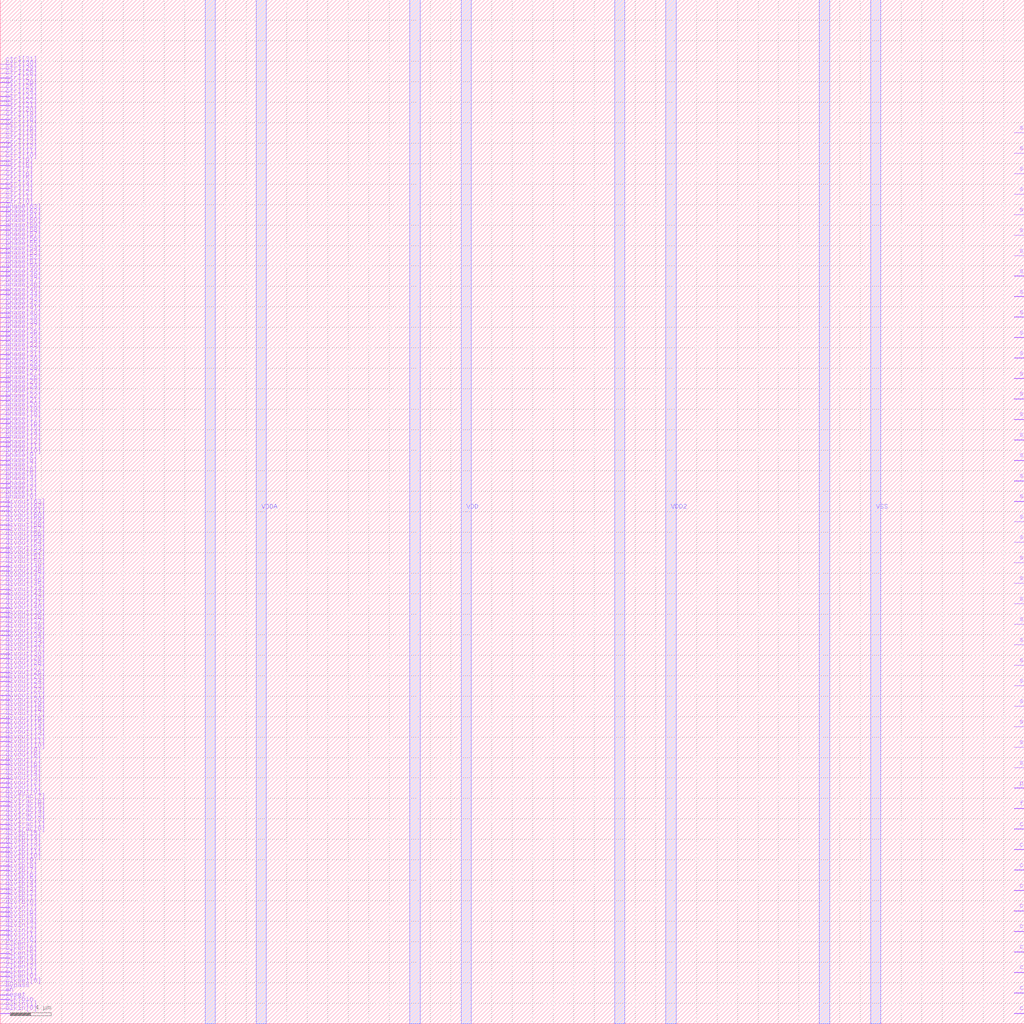
<source format=lef>
VERSION 5.8 ;
BUSBITCHARS "[]" ;
DIVIDERCHAR "/" ;

MACRO fakepll7
  CLASS BLOCK ;
  ORIGIN 0 0 ;
  SIZE 100 BY 100 ;
  SYMMETRY X Y ;

  #-----------------------------------------------------------------------------
  # Power Pins (Layer M5) - Vertical Stripes
  # Spanning y=0 to y=100
  #-----------------------------------------------------------------------------
  PIN VDDA
    DIRECTION INOUT ;
    USE POWER ;
    PORT
      LAYER M5 ;
      RECT 20.000 0.000 21.000 100.000 ; 
      RECT 25.000 0.000 26.000 100.000 ; 
    END
  END VDDA

  PIN VDD
    DIRECTION INOUT ;
    USE POWER ;
    PORT
      LAYER M5 ;
      RECT 40.000 0.000 41.000 100.000 ;
      RECT 45.000 0.000 46.000 100.000 ;
    END
  END VDD

  PIN VDD2
    DIRECTION INOUT ;
    USE POWER ;
    PORT
      LAYER M5 ;
      RECT 60.000 0.000 61.000 100.000 ;
      RECT 65.000 0.000 66.000 100.000 ;
    END
  END VDD2

  PIN VSS
    DIRECTION INOUT ;
    USE GROUND ;
    PORT
      LAYER M5 ;
      RECT 80.000 0.000 81.000 100.000 ;
      RECT 85.000 0.000 86.000 100.000 ;
    END
  END VSS

  #-----------------------------------------------------------------------------
  # INPUT PINS (Left Side) - Layer M4
  # x coordinates: 0.000 to 1.000
  #-----------------------------------------------------------------------------

  # --- Reference Clocks ---
  PIN clkin[0]
    DIRECTION INPUT ; USE SIGNAL ; PORT LAYER M4 ; RECT 0.000 1.000 1.000 1.024 ; END
  END clkin[0]
  PIN clkin[1]
    DIRECTION INPUT ; USE SIGNAL ; PORT LAYER M4 ; RECT 0.000 1.450 1.000 1.474 ; END
  END clkin[1]

  # --- Feedback Input ---
  PIN clkfbin
    DIRECTION INPUT ; USE SIGNAL ; PORT LAYER M4 ; RECT 0.000 1.900 1.000 1.924 ; END
  END clkfbin

  # --- Standard Controls ---
  PIN reset
    DIRECTION INPUT ; USE SIGNAL ; PORT LAYER M4 ; RECT 0.000 2.350 1.000 2.374 ; END
  END reset
  PIN en
    DIRECTION INPUT ; USE SIGNAL ; PORT LAYER M4 ; RECT 0.000 2.800 1.000 2.824 ; END
  END en
  PIN bypass
    DIRECTION INPUT ; USE SIGNAL ; PORT LAYER M4 ; RECT 0.000 3.250 1.000 3.274 ; END
  END bypass
  PIN clksel[0]
    DIRECTION INPUT ; USE SIGNAL ; PORT LAYER M4 ; RECT 0.000 3.700 1.000 3.724 ; END
  END clksel[0]

  # --- Clock Enables (8 bits) ---
  PIN clken[0]
    DIRECTION INPUT ; USE SIGNAL ; PORT LAYER M4 ; RECT 0.000 4.150 1.000 4.174 ; END
  END clken[0]
  PIN clken[1]
    DIRECTION INPUT ; USE SIGNAL ; PORT LAYER M4 ; RECT 0.000 4.600 1.000 4.624 ; END
  END clken[1]
  PIN clken[2]
    DIRECTION INPUT ; USE SIGNAL ; PORT LAYER M4 ; RECT 0.000 5.050 1.000 5.074 ; END
  END clken[2]
  PIN clken[3]
    DIRECTION INPUT ; USE SIGNAL ; PORT LAYER M4 ; RECT 0.000 5.500 1.000 5.524 ; END
  END clken[3]
  PIN clken[4]
    DIRECTION INPUT ; USE SIGNAL ; PORT LAYER M4 ; RECT 0.000 5.950 1.000 5.974 ; END
  END clken[4]
  PIN clken[5]
    DIRECTION INPUT ; USE SIGNAL ; PORT LAYER M4 ; RECT 0.000 6.400 1.000 6.424 ; END
  END clken[5]
  PIN clken[6]
    DIRECTION INPUT ; USE SIGNAL ; PORT LAYER M4 ; RECT 0.000 6.850 1.000 6.874 ; END
  END clken[6]
  PIN clken[7]
    DIRECTION INPUT ; USE SIGNAL ; PORT LAYER M4 ; RECT 0.000 7.300 1.000 7.324 ; END
  END clken[7]

  # --- Input Divider (8 bits) ---
  PIN divin[0]
    DIRECTION INPUT ; USE SIGNAL ; PORT LAYER M4 ; RECT 0.000 7.750 1.000 7.774 ; END
  END divin[0]
  PIN divin[1]
    DIRECTION INPUT ; USE SIGNAL ; PORT LAYER M4 ; RECT 0.000 8.200 1.000 8.224 ; END
  END divin[1]
  PIN divin[2]
    DIRECTION INPUT ; USE SIGNAL ; PORT LAYER M4 ; RECT 0.000 8.650 1.000 8.674 ; END
  END divin[2]
  PIN divin[3]
    DIRECTION INPUT ; USE SIGNAL ; PORT LAYER M4 ; RECT 0.000 9.100 1.000 9.124 ; END
  END divin[3]
  PIN divin[4]
    DIRECTION INPUT ; USE SIGNAL ; PORT LAYER M4 ; RECT 0.000 9.550 1.000 9.574 ; END
  END divin[4]
  PIN divin[5]
    DIRECTION INPUT ; USE SIGNAL ; PORT LAYER M4 ; RECT 0.000 10.000 1.000 10.024 ; END
  END divin[5]
  PIN divin[6]
    DIRECTION INPUT ; USE SIGNAL ; PORT LAYER M4 ; RECT 0.000 10.450 1.000 10.474 ; END
  END divin[6]
  PIN divin[7]
    DIRECTION INPUT ; USE SIGNAL ; PORT LAYER M4 ; RECT 0.000 10.900 1.000 10.924 ; END
  END divin[7]

  # --- Feedback Divider (16 bits) ---
  PIN divfb[0]
    DIRECTION INPUT ; USE SIGNAL ; PORT LAYER M4 ; RECT 0.000 11.350 1.000 11.374 ; END
  END divfb[0]
  PIN divfb[1]
    DIRECTION INPUT ; USE SIGNAL ; PORT LAYER M4 ; RECT 0.000 11.800 1.000 11.824 ; END
  END divfb[1]
  PIN divfb[2]
    DIRECTION INPUT ; USE SIGNAL ; PORT LAYER M4 ; RECT 0.000 12.250 1.000 12.274 ; END
  END divfb[2]
  PIN divfb[3]
    DIRECTION INPUT ; USE SIGNAL ; PORT LAYER M4 ; RECT 0.000 12.700 1.000 12.724 ; END
  END divfb[3]
  PIN divfb[4]
    DIRECTION INPUT ; USE SIGNAL ; PORT LAYER M4 ; RECT 0.000 13.150 1.000 13.174 ; END
  END divfb[4]
  PIN divfb[5]
    DIRECTION INPUT ; USE SIGNAL ; PORT LAYER M4 ; RECT 0.000 13.600 1.000 13.624 ; END
  END divfb[5]
  PIN divfb[6]
    DIRECTION INPUT ; USE SIGNAL ; PORT LAYER M4 ; RECT 0.000 14.050 1.000 14.074 ; END
  END divfb[6]
  PIN divfb[7]
    DIRECTION INPUT ; USE SIGNAL ; PORT LAYER M4 ; RECT 0.000 14.500 1.000 14.524 ; END
  END divfb[7]
  PIN divfb[8]
    DIRECTION INPUT ; USE SIGNAL ; PORT LAYER M4 ; RECT 0.000 14.950 1.000 14.974 ; END
  END divfb[8]
  PIN divfb[9]
    DIRECTION INPUT ; USE SIGNAL ; PORT LAYER M4 ; RECT 0.000 15.400 1.000 15.424 ; END
  END divfb[9]
  PIN divfb[10]
    DIRECTION INPUT ; USE SIGNAL ; PORT LAYER M4 ; RECT 0.000 15.850 1.000 15.874 ; END
  END divfb[10]
  PIN divfb[11]
    DIRECTION INPUT ; USE SIGNAL ; PORT LAYER M4 ; RECT 0.000 16.300 1.000 16.324 ; END
  END divfb[11]
  PIN divfb[12]
    DIRECTION INPUT ; USE SIGNAL ; PORT LAYER M4 ; RECT 0.000 16.750 1.000 16.774 ; END
  END divfb[12]
  PIN divfb[13]
    DIRECTION INPUT ; USE SIGNAL ; PORT LAYER M4 ; RECT 0.000 17.200 1.000 17.224 ; END
  END divfb[13]
  PIN divfb[14]
    DIRECTION INPUT ; USE SIGNAL ; PORT LAYER M4 ; RECT 0.000 17.650 1.000 17.674 ; END
  END divfb[14]
  PIN divfb[15]
    DIRECTION INPUT ; USE SIGNAL ; PORT LAYER M4 ; RECT 0.000 18.100 1.000 18.124 ; END
  END divfb[15]

  # --- Fractional Divider (8 bits) ---
  PIN divfrac[0]
    DIRECTION INPUT ; USE SIGNAL ; PORT LAYER M4 ; RECT 0.000 18.550 1.000 18.574 ; END
  END divfrac[0]
  PIN divfrac[1]
    DIRECTION INPUT ; USE SIGNAL ; PORT LAYER M4 ; RECT 0.000 19.000 1.000 19.024 ; END
  END divfrac[1]
  PIN divfrac[2]
    DIRECTION INPUT ; USE SIGNAL ; PORT LAYER M4 ; RECT 0.000 19.450 1.000 19.474 ; END
  END divfrac[2]
  PIN divfrac[3]
    DIRECTION INPUT ; USE SIGNAL ; PORT LAYER M4 ; RECT 0.000 19.900 1.000 19.924 ; END
  END divfrac[3]
  PIN divfrac[4]
    DIRECTION INPUT ; USE SIGNAL ; PORT LAYER M4 ; RECT 0.000 20.350 1.000 20.374 ; END
  END divfrac[4]
  PIN divfrac[5]
    DIRECTION INPUT ; USE SIGNAL ; PORT LAYER M4 ; RECT 0.000 20.800 1.000 20.824 ; END
  END divfrac[5]
  PIN divfrac[6]
    DIRECTION INPUT ; USE SIGNAL ; PORT LAYER M4 ; RECT 0.000 21.250 1.000 21.274 ; END
  END divfrac[6]
  PIN divfrac[7]
    DIRECTION INPUT ; USE SIGNAL ; PORT LAYER M4 ; RECT 0.000 21.700 1.000 21.724 ; END
  END divfrac[7]

  # --- Output Dividers (64 bits) ---
  PIN divout[0]
    DIRECTION INPUT ; USE SIGNAL ; PORT LAYER M4 ; RECT 0.000 22.150 1.000 22.174 ; END
  END divout[0]
  PIN divout[1]
    DIRECTION INPUT ; USE SIGNAL ; PORT LAYER M4 ; RECT 0.000 22.600 1.000 22.624 ; END
  END divout[1]
  PIN divout[2]
    DIRECTION INPUT ; USE SIGNAL ; PORT LAYER M4 ; RECT 0.000 23.050 1.000 23.074 ; END
  END divout[2]
  PIN divout[3]
    DIRECTION INPUT ; USE SIGNAL ; PORT LAYER M4 ; RECT 0.000 23.500 1.000 23.524 ; END
  END divout[3]
  PIN divout[4]
    DIRECTION INPUT ; USE SIGNAL ; PORT LAYER M4 ; RECT 0.000 23.950 1.000 23.974 ; END
  END divout[4]
  PIN divout[5]
    DIRECTION INPUT ; USE SIGNAL ; PORT LAYER M4 ; RECT 0.000 24.400 1.000 24.424 ; END
  END divout[5]
  PIN divout[6]
    DIRECTION INPUT ; USE SIGNAL ; PORT LAYER M4 ; RECT 0.000 24.850 1.000 24.874 ; END
  END divout[6]
  PIN divout[7]
    DIRECTION INPUT ; USE SIGNAL ; PORT LAYER M4 ; RECT 0.000 25.300 1.000 25.324 ; END
  END divout[7]
  PIN divout[8]
    DIRECTION INPUT ; USE SIGNAL ; PORT LAYER M4 ; RECT 0.000 25.750 1.000 25.774 ; END
  END divout[8]
  PIN divout[9]
    DIRECTION INPUT ; USE SIGNAL ; PORT LAYER M4 ; RECT 0.000 26.200 1.000 26.224 ; END
  END divout[9]
  PIN divout[10]
    DIRECTION INPUT ; USE SIGNAL ; PORT LAYER M4 ; RECT 0.000 26.650 1.000 26.674 ; END
  END divout[10]
  PIN divout[11]
    DIRECTION INPUT ; USE SIGNAL ; PORT LAYER M4 ; RECT 0.000 27.100 1.000 27.124 ; END
  END divout[11]
  PIN divout[12]
    DIRECTION INPUT ; USE SIGNAL ; PORT LAYER M4 ; RECT 0.000 27.550 1.000 27.574 ; END
  END divout[12]
  PIN divout[13]
    DIRECTION INPUT ; USE SIGNAL ; PORT LAYER M4 ; RECT 0.000 28.000 1.000 28.024 ; END
  END divout[13]
  PIN divout[14]
    DIRECTION INPUT ; USE SIGNAL ; PORT LAYER M4 ; RECT 0.000 28.450 1.000 28.474 ; END
  END divout[14]
  PIN divout[15]
    DIRECTION INPUT ; USE SIGNAL ; PORT LAYER M4 ; RECT 0.000 28.900 1.000 28.924 ; END
  END divout[15]
  PIN divout[16]
    DIRECTION INPUT ; USE SIGNAL ; PORT LAYER M4 ; RECT 0.000 29.350 1.000 29.374 ; END
  END divout[16]
  PIN divout[17]
    DIRECTION INPUT ; USE SIGNAL ; PORT LAYER M4 ; RECT 0.000 29.800 1.000 29.824 ; END
  END divout[17]
  PIN divout[18]
    DIRECTION INPUT ; USE SIGNAL ; PORT LAYER M4 ; RECT 0.000 30.250 1.000 30.274 ; END
  END divout[18]
  PIN divout[19]
    DIRECTION INPUT ; USE SIGNAL ; PORT LAYER M4 ; RECT 0.000 30.700 1.000 30.724 ; END
  END divout[19]
  PIN divout[20]
    DIRECTION INPUT ; USE SIGNAL ; PORT LAYER M4 ; RECT 0.000 31.150 1.000 31.174 ; END
  END divout[20]
  PIN divout[21]
    DIRECTION INPUT ; USE SIGNAL ; PORT LAYER M4 ; RECT 0.000 31.600 1.000 31.624 ; END
  END divout[21]
  PIN divout[22]
    DIRECTION INPUT ; USE SIGNAL ; PORT LAYER M4 ; RECT 0.000 32.050 1.000 32.074 ; END
  END divout[22]
  PIN divout[23]
    DIRECTION INPUT ; USE SIGNAL ; PORT LAYER M4 ; RECT 0.000 32.500 1.000 32.524 ; END
  END divout[23]
  PIN divout[24]
    DIRECTION INPUT ; USE SIGNAL ; PORT LAYER M4 ; RECT 0.000 32.950 1.000 32.974 ; END
  END divout[24]
  PIN divout[25]
    DIRECTION INPUT ; USE SIGNAL ; PORT LAYER M4 ; RECT 0.000 33.400 1.000 33.424 ; END
  END divout[25]
  PIN divout[26]
    DIRECTION INPUT ; USE SIGNAL ; PORT LAYER M4 ; RECT 0.000 33.850 1.000 33.874 ; END
  END divout[26]
  PIN divout[27]
    DIRECTION INPUT ; USE SIGNAL ; PORT LAYER M4 ; RECT 0.000 34.300 1.000 34.324 ; END
  END divout[27]
  PIN divout[28]
    DIRECTION INPUT ; USE SIGNAL ; PORT LAYER M4 ; RECT 0.000 34.750 1.000 34.774 ; END
  END divout[28]
  PIN divout[29]
    DIRECTION INPUT ; USE SIGNAL ; PORT LAYER M4 ; RECT 0.000 35.200 1.000 35.224 ; END
  END divout[29]
  PIN divout[30]
    DIRECTION INPUT ; USE SIGNAL ; PORT LAYER M4 ; RECT 0.000 35.650 1.000 35.674 ; END
  END divout[30]
  PIN divout[31]
    DIRECTION INPUT ; USE SIGNAL ; PORT LAYER M4 ; RECT 0.000 36.100 1.000 36.124 ; END
  END divout[31]
  PIN divout[32]
    DIRECTION INPUT ; USE SIGNAL ; PORT LAYER M4 ; RECT 0.000 36.550 1.000 36.574 ; END
  END divout[32]
  PIN divout[33]
    DIRECTION INPUT ; USE SIGNAL ; PORT LAYER M4 ; RECT 0.000 37.000 1.000 37.024 ; END
  END divout[33]
  PIN divout[34]
    DIRECTION INPUT ; USE SIGNAL ; PORT LAYER M4 ; RECT 0.000 37.450 1.000 37.474 ; END
  END divout[34]
  PIN divout[35]
    DIRECTION INPUT ; USE SIGNAL ; PORT LAYER M4 ; RECT 0.000 37.900 1.000 37.924 ; END
  END divout[35]
  PIN divout[36]
    DIRECTION INPUT ; USE SIGNAL ; PORT LAYER M4 ; RECT 0.000 38.350 1.000 38.374 ; END
  END divout[36]
  PIN divout[37]
    DIRECTION INPUT ; USE SIGNAL ; PORT LAYER M4 ; RECT 0.000 38.800 1.000 38.824 ; END
  END divout[37]
  PIN divout[38]
    DIRECTION INPUT ; USE SIGNAL ; PORT LAYER M4 ; RECT 0.000 39.250 1.000 39.274 ; END
  END divout[38]
  PIN divout[39]
    DIRECTION INPUT ; USE SIGNAL ; PORT LAYER M4 ; RECT 0.000 39.700 1.000 39.724 ; END
  END divout[39]
  PIN divout[40]
    DIRECTION INPUT ; USE SIGNAL ; PORT LAYER M4 ; RECT 0.000 40.150 1.000 40.174 ; END
  END divout[40]
  PIN divout[41]
    DIRECTION INPUT ; USE SIGNAL ; PORT LAYER M4 ; RECT 0.000 40.600 1.000 40.624 ; END
  END divout[41]
  PIN divout[42]
    DIRECTION INPUT ; USE SIGNAL ; PORT LAYER M4 ; RECT 0.000 41.050 1.000 41.074 ; END
  END divout[42]
  PIN divout[43]
    DIRECTION INPUT ; USE SIGNAL ; PORT LAYER M4 ; RECT 0.000 41.500 1.000 41.524 ; END
  END divout[43]
  PIN divout[44]
    DIRECTION INPUT ; USE SIGNAL ; PORT LAYER M4 ; RECT 0.000 41.950 1.000 41.974 ; END
  END divout[44]
  PIN divout[45]
    DIRECTION INPUT ; USE SIGNAL ; PORT LAYER M4 ; RECT 0.000 42.400 1.000 42.424 ; END
  END divout[45]
  PIN divout[46]
    DIRECTION INPUT ; USE SIGNAL ; PORT LAYER M4 ; RECT 0.000 42.850 1.000 42.874 ; END
  END divout[46]
  PIN divout[47]
    DIRECTION INPUT ; USE SIGNAL ; PORT LAYER M4 ; RECT 0.000 43.300 1.000 43.324 ; END
  END divout[47]
  PIN divout[48]
    DIRECTION INPUT ; USE SIGNAL ; PORT LAYER M4 ; RECT 0.000 43.750 1.000 43.774 ; END
  END divout[48]
  PIN divout[49]
    DIRECTION INPUT ; USE SIGNAL ; PORT LAYER M4 ; RECT 0.000 44.200 1.000 44.224 ; END
  END divout[49]
  PIN divout[50]
    DIRECTION INPUT ; USE SIGNAL ; PORT LAYER M4 ; RECT 0.000 44.650 1.000 44.674 ; END
  END divout[50]
  PIN divout[51]
    DIRECTION INPUT ; USE SIGNAL ; PORT LAYER M4 ; RECT 0.000 45.100 1.000 45.124 ; END
  END divout[51]
  PIN divout[52]
    DIRECTION INPUT ; USE SIGNAL ; PORT LAYER M4 ; RECT 0.000 45.550 1.000 45.574 ; END
  END divout[52]
  PIN divout[53]
    DIRECTION INPUT ; USE SIGNAL ; PORT LAYER M4 ; RECT 0.000 46.000 1.000 46.024 ; END
  END divout[53]
  PIN divout[54]
    DIRECTION INPUT ; USE SIGNAL ; PORT LAYER M4 ; RECT 0.000 46.450 1.000 46.474 ; END
  END divout[54]
  PIN divout[55]
    DIRECTION INPUT ; USE SIGNAL ; PORT LAYER M4 ; RECT 0.000 46.900 1.000 46.924 ; END
  END divout[55]
  PIN divout[56]
    DIRECTION INPUT ; USE SIGNAL ; PORT LAYER M4 ; RECT 0.000 47.350 1.000 47.374 ; END
  END divout[56]
  PIN divout[57]
    DIRECTION INPUT ; USE SIGNAL ; PORT LAYER M4 ; RECT 0.000 47.800 1.000 47.824 ; END
  END divout[57]
  PIN divout[58]
    DIRECTION INPUT ; USE SIGNAL ; PORT LAYER M4 ; RECT 0.000 48.250 1.000 48.274 ; END
  END divout[58]
  PIN divout[59]
    DIRECTION INPUT ; USE SIGNAL ; PORT LAYER M4 ; RECT 0.000 48.700 1.000 48.724 ; END
  END divout[59]
  PIN divout[60]
    DIRECTION INPUT ; USE SIGNAL ; PORT LAYER M4 ; RECT 0.000 49.150 1.000 49.174 ; END
  END divout[60]
  PIN divout[61]
    DIRECTION INPUT ; USE SIGNAL ; PORT LAYER M4 ; RECT 0.000 49.600 1.000 49.624 ; END
  END divout[61]
  PIN divout[62]
    DIRECTION INPUT ; USE SIGNAL ; PORT LAYER M4 ; RECT 0.000 50.050 1.000 50.074 ; END
  END divout[62]
  PIN divout[63]
    DIRECTION INPUT ; USE SIGNAL ; PORT LAYER M4 ; RECT 0.000 50.500 1.000 50.524 ; END
  END divout[63]

  # --- Phase Shift (64 bits) ---
  PIN phase[0]
    DIRECTION INPUT ; USE SIGNAL ; PORT LAYER M4 ; RECT 0.000 50.950 1.000 50.974 ; END
  END phase[0]
  PIN phase[1]
    DIRECTION INPUT ; USE SIGNAL ; PORT LAYER M4 ; RECT 0.000 51.400 1.000 51.424 ; END
  END phase[1]
  PIN phase[2]
    DIRECTION INPUT ; USE SIGNAL ; PORT LAYER M4 ; RECT 0.000 51.850 1.000 51.874 ; END
  END phase[2]
  PIN phase[3]
    DIRECTION INPUT ; USE SIGNAL ; PORT LAYER M4 ; RECT 0.000 52.300 1.000 52.324 ; END
  END phase[3]
  PIN phase[4]
    DIRECTION INPUT ; USE SIGNAL ; PORT LAYER M4 ; RECT 0.000 52.750 1.000 52.774 ; END
  END phase[4]
  PIN phase[5]
    DIRECTION INPUT ; USE SIGNAL ; PORT LAYER M4 ; RECT 0.000 53.200 1.000 53.224 ; END
  END phase[5]
  PIN phase[6]
    DIRECTION INPUT ; USE SIGNAL ; PORT LAYER M4 ; RECT 0.000 53.650 1.000 53.674 ; END
  END phase[6]
  PIN phase[7]
    DIRECTION INPUT ; USE SIGNAL ; PORT LAYER M4 ; RECT 0.000 54.100 1.000 54.124 ; END
  END phase[7]
  PIN phase[8]
    DIRECTION INPUT ; USE SIGNAL ; PORT LAYER M4 ; RECT 0.000 54.550 1.000 54.574 ; END
  END phase[8]
  PIN phase[9]
    DIRECTION INPUT ; USE SIGNAL ; PORT LAYER M4 ; RECT 0.000 55.000 1.000 55.024 ; END
  END phase[9]
  PIN phase[10]
    DIRECTION INPUT ; USE SIGNAL ; PORT LAYER M4 ; RECT 0.000 55.450 1.000 55.474 ; END
  END phase[10]
  PIN phase[11]
    DIRECTION INPUT ; USE SIGNAL ; PORT LAYER M4 ; RECT 0.000 55.900 1.000 55.924 ; END
  END phase[11]
  PIN phase[12]
    DIRECTION INPUT ; USE SIGNAL ; PORT LAYER M4 ; RECT 0.000 56.350 1.000 56.374 ; END
  END phase[12]
  PIN phase[13]
    DIRECTION INPUT ; USE SIGNAL ; PORT LAYER M4 ; RECT 0.000 56.800 1.000 56.824 ; END
  END phase[13]
  PIN phase[14]
    DIRECTION INPUT ; USE SIGNAL ; PORT LAYER M4 ; RECT 0.000 57.250 1.000 57.274 ; END
  END phase[14]
  PIN phase[15]
    DIRECTION INPUT ; USE SIGNAL ; PORT LAYER M4 ; RECT 0.000 57.700 1.000 57.724 ; END
  END phase[15]
  PIN phase[16]
    DIRECTION INPUT ; USE SIGNAL ; PORT LAYER M4 ; RECT 0.000 58.150 1.000 58.174 ; END
  END phase[16]
  PIN phase[17]
    DIRECTION INPUT ; USE SIGNAL ; PORT LAYER M4 ; RECT 0.000 58.600 1.000 58.624 ; END
  END phase[17]
  PIN phase[18]
    DIRECTION INPUT ; USE SIGNAL ; PORT LAYER M4 ; RECT 0.000 59.050 1.000 59.074 ; END
  END phase[18]
  PIN phase[19]
    DIRECTION INPUT ; USE SIGNAL ; PORT LAYER M4 ; RECT 0.000 59.500 1.000 59.524 ; END
  END phase[19]
  PIN phase[20]
    DIRECTION INPUT ; USE SIGNAL ; PORT LAYER M4 ; RECT 0.000 59.950 1.000 59.974 ; END
  END phase[20]
  PIN phase[21]
    DIRECTION INPUT ; USE SIGNAL ; PORT LAYER M4 ; RECT 0.000 60.400 1.000 60.424 ; END
  END phase[21]
  PIN phase[22]
    DIRECTION INPUT ; USE SIGNAL ; PORT LAYER M4 ; RECT 0.000 60.850 1.000 60.874 ; END
  END phase[22]
  PIN phase[23]
    DIRECTION INPUT ; USE SIGNAL ; PORT LAYER M4 ; RECT 0.000 61.300 1.000 61.324 ; END
  END phase[23]
  PIN phase[24]
    DIRECTION INPUT ; USE SIGNAL ; PORT LAYER M4 ; RECT 0.000 61.750 1.000 61.774 ; END
  END phase[24]
  PIN phase[25]
    DIRECTION INPUT ; USE SIGNAL ; PORT LAYER M4 ; RECT 0.000 62.200 1.000 62.224 ; END
  END phase[25]
  PIN phase[26]
    DIRECTION INPUT ; USE SIGNAL ; PORT LAYER M4 ; RECT 0.000 62.650 1.000 62.674 ; END
  END phase[26]
  PIN phase[27]
    DIRECTION INPUT ; USE SIGNAL ; PORT LAYER M4 ; RECT 0.000 63.100 1.000 63.124 ; END
  END phase[27]
  PIN phase[28]
    DIRECTION INPUT ; USE SIGNAL ; PORT LAYER M4 ; RECT 0.000 63.550 1.000 63.574 ; END
  END phase[28]
  PIN phase[29]
    DIRECTION INPUT ; USE SIGNAL ; PORT LAYER M4 ; RECT 0.000 64.000 1.000 64.024 ; END
  END phase[29]
  PIN phase[30]
    DIRECTION INPUT ; USE SIGNAL ; PORT LAYER M4 ; RECT 0.000 64.450 1.000 64.474 ; END
  END phase[30]
  PIN phase[31]
    DIRECTION INPUT ; USE SIGNAL ; PORT LAYER M4 ; RECT 0.000 64.900 1.000 64.924 ; END
  END phase[31]
  PIN phase[32]
    DIRECTION INPUT ; USE SIGNAL ; PORT LAYER M4 ; RECT 0.000 65.350 1.000 65.374 ; END
  END phase[32]
  PIN phase[33]
    DIRECTION INPUT ; USE SIGNAL ; PORT LAYER M4 ; RECT 0.000 65.800 1.000 65.824 ; END
  END phase[33]
  PIN phase[34]
    DIRECTION INPUT ; USE SIGNAL ; PORT LAYER M4 ; RECT 0.000 66.250 1.000 66.274 ; END
  END phase[34]
  PIN phase[35]
    DIRECTION INPUT ; USE SIGNAL ; PORT LAYER M4 ; RECT 0.000 66.700 1.000 66.724 ; END
  END phase[35]
  PIN phase[36]
    DIRECTION INPUT ; USE SIGNAL ; PORT LAYER M4 ; RECT 0.000 67.150 1.000 67.174 ; END
  END phase[36]
  PIN phase[37]
    DIRECTION INPUT ; USE SIGNAL ; PORT LAYER M4 ; RECT 0.000 67.600 1.000 67.624 ; END
  END phase[37]
  PIN phase[38]
    DIRECTION INPUT ; USE SIGNAL ; PORT LAYER M4 ; RECT 0.000 68.050 1.000 68.074 ; END
  END phase[38]
  PIN phase[39]
    DIRECTION INPUT ; USE SIGNAL ; PORT LAYER M4 ; RECT 0.000 68.500 1.000 68.524 ; END
  END phase[39]
  PIN phase[40]
    DIRECTION INPUT ; USE SIGNAL ; PORT LAYER M4 ; RECT 0.000 68.950 1.000 68.974 ; END
  END phase[40]
  PIN phase[41]
    DIRECTION INPUT ; USE SIGNAL ; PORT LAYER M4 ; RECT 0.000 69.400 1.000 69.424 ; END
  END phase[41]
  PIN phase[42]
    DIRECTION INPUT ; USE SIGNAL ; PORT LAYER M4 ; RECT 0.000 69.850 1.000 69.874 ; END
  END phase[42]
  PIN phase[43]
    DIRECTION INPUT ; USE SIGNAL ; PORT LAYER M4 ; RECT 0.000 70.300 1.000 70.324 ; END
  END phase[43]
  PIN phase[44]
    DIRECTION INPUT ; USE SIGNAL ; PORT LAYER M4 ; RECT 0.000 70.750 1.000 70.774 ; END
  END phase[44]
  PIN phase[45]
    DIRECTION INPUT ; USE SIGNAL ; PORT LAYER M4 ; RECT 0.000 71.200 1.000 71.224 ; END
  END phase[45]
  PIN phase[46]
    DIRECTION INPUT ; USE SIGNAL ; PORT LAYER M4 ; RECT 0.000 71.650 1.000 71.674 ; END
  END phase[46]
  PIN phase[47]
    DIRECTION INPUT ; USE SIGNAL ; PORT LAYER M4 ; RECT 0.000 72.100 1.000 72.124 ; END
  END phase[47]
  PIN phase[48]
    DIRECTION INPUT ; USE SIGNAL ; PORT LAYER M4 ; RECT 0.000 72.550 1.000 72.574 ; END
  END phase[48]
  PIN phase[49]
    DIRECTION INPUT ; USE SIGNAL ; PORT LAYER M4 ; RECT 0.000 73.000 1.000 73.024 ; END
  END phase[49]
  PIN phase[50]
    DIRECTION INPUT ; USE SIGNAL ; PORT LAYER M4 ; RECT 0.000 73.450 1.000 73.474 ; END
  END phase[50]
  PIN phase[51]
    DIRECTION INPUT ; USE SIGNAL ; PORT LAYER M4 ; RECT 0.000 73.900 1.000 73.924 ; END
  END phase[51]
  PIN phase[52]
    DIRECTION INPUT ; USE SIGNAL ; PORT LAYER M4 ; RECT 0.000 74.350 1.000 74.374 ; END
  END phase[52]
  PIN phase[53]
    DIRECTION INPUT ; USE SIGNAL ; PORT LAYER M4 ; RECT 0.000 74.800 1.000 74.824 ; END
  END phase[53]
  PIN phase[54]
    DIRECTION INPUT ; USE SIGNAL ; PORT LAYER M4 ; RECT 0.000 75.250 1.000 75.274 ; END
  END phase[54]
  PIN phase[55]
    DIRECTION INPUT ; USE SIGNAL ; PORT LAYER M4 ; RECT 0.000 75.700 1.000 75.724 ; END
  END phase[55]
  PIN phase[56]
    DIRECTION INPUT ; USE SIGNAL ; PORT LAYER M4 ; RECT 0.000 76.150 1.000 76.174 ; END
  END phase[56]
  PIN phase[57]
    DIRECTION INPUT ; USE SIGNAL ; PORT LAYER M4 ; RECT 0.000 76.600 1.000 76.624 ; END
  END phase[57]
  PIN phase[58]
    DIRECTION INPUT ; USE SIGNAL ; PORT LAYER M4 ; RECT 0.000 77.050 1.000 77.074 ; END
  END phase[58]
  PIN phase[59]
    DIRECTION INPUT ; USE SIGNAL ; PORT LAYER M4 ; RECT 0.000 77.500 1.000 77.524 ; END
  END phase[59]
  PIN phase[60]
    DIRECTION INPUT ; USE SIGNAL ; PORT LAYER M4 ; RECT 0.000 77.950 1.000 77.974 ; END
  END phase[60]
  PIN phase[61]
    DIRECTION INPUT ; USE SIGNAL ; PORT LAYER M4 ; RECT 0.000 78.400 1.000 78.424 ; END
  END phase[61]
  PIN phase[62]
    DIRECTION INPUT ; USE SIGNAL ; PORT LAYER M4 ; RECT 0.000 78.850 1.000 78.874 ; END
  END phase[62]
  PIN phase[63]
    DIRECTION INPUT ; USE SIGNAL ; PORT LAYER M4 ; RECT 0.000 79.300 1.000 79.324 ; END
  END phase[63]

  # --- Controls (32 bits) ---
  PIN ctrl[0]
    DIRECTION INPUT ; USE SIGNAL ; PORT LAYER M4 ; RECT 0.000 79.750 1.000 79.774 ; END
  END ctrl[0]
  PIN ctrl[1]
    DIRECTION INPUT ; USE SIGNAL ; PORT LAYER M4 ; RECT 0.000 80.200 1.000 80.224 ; END
  END ctrl[1]
  PIN ctrl[2]
    DIRECTION INPUT ; USE SIGNAL ; PORT LAYER M4 ; RECT 0.000 80.650 1.000 80.674 ; END
  END ctrl[2]
  PIN ctrl[3]
    DIRECTION INPUT ; USE SIGNAL ; PORT LAYER M4 ; RECT 0.000 81.100 1.000 81.124 ; END
  END ctrl[3]
  PIN ctrl[4]
    DIRECTION INPUT ; USE SIGNAL ; PORT LAYER M4 ; RECT 0.000 81.550 1.000 81.574 ; END
  END ctrl[4]
  PIN ctrl[5]
    DIRECTION INPUT ; USE SIGNAL ; PORT LAYER M4 ; RECT 0.000 82.000 1.000 82.024 ; END
  END ctrl[5]
  PIN ctrl[6]
    DIRECTION INPUT ; USE SIGNAL ; PORT LAYER M4 ; RECT 0.000 82.450 1.000 82.474 ; END
  END ctrl[6]
  PIN ctrl[7]
    DIRECTION INPUT ; USE SIGNAL ; PORT LAYER M4 ; RECT 0.000 82.900 1.000 82.924 ; END
  END ctrl[7]
  PIN ctrl[8]
    DIRECTION INPUT ; USE SIGNAL ; PORT LAYER M4 ; RECT 0.000 83.350 1.000 83.374 ; END
  END ctrl[8]
  PIN ctrl[9]
    DIRECTION INPUT ; USE SIGNAL ; PORT LAYER M4 ; RECT 0.000 83.800 1.000 83.824 ; END
  END ctrl[9]
  PIN ctrl[10]
    DIRECTION INPUT ; USE SIGNAL ; PORT LAYER M4 ; RECT 0.000 84.250 1.000 84.274 ; END
  END ctrl[10]
  PIN ctrl[11]
    DIRECTION INPUT ; USE SIGNAL ; PORT LAYER M4 ; RECT 0.000 84.700 1.000 84.724 ; END
  END ctrl[11]
  PIN ctrl[12]
    DIRECTION INPUT ; USE SIGNAL ; PORT LAYER M4 ; RECT 0.000 85.150 1.000 85.174 ; END
  END ctrl[12]
  PIN ctrl[13]
    DIRECTION INPUT ; USE SIGNAL ; PORT LAYER M4 ; RECT 0.000 85.600 1.000 85.624 ; END
  END ctrl[13]
  PIN ctrl[14]
    DIRECTION INPUT ; USE SIGNAL ; PORT LAYER M4 ; RECT 0.000 86.050 1.000 86.074 ; END
  END ctrl[14]
  PIN ctrl[15]
    DIRECTION INPUT ; USE SIGNAL ; PORT LAYER M4 ; RECT 0.000 86.500 1.000 86.524 ; END
  END ctrl[15]
  PIN ctrl[16]
    DIRECTION INPUT ; USE SIGNAL ; PORT LAYER M4 ; RECT 0.000 86.950 1.000 86.974 ; END
  END ctrl[16]
  PIN ctrl[17]
    DIRECTION INPUT ; USE SIGNAL ; PORT LAYER M4 ; RECT 0.000 87.400 1.000 87.424 ; END
  END ctrl[17]
  PIN ctrl[18]
    DIRECTION INPUT ; USE SIGNAL ; PORT LAYER M4 ; RECT 0.000 87.850 1.000 87.874 ; END
  END ctrl[18]
  PIN ctrl[19]
    DIRECTION INPUT ; USE SIGNAL ; PORT LAYER M4 ; RECT 0.000 88.300 1.000 88.324 ; END
  END ctrl[19]
  PIN ctrl[20]
    DIRECTION INPUT ; USE SIGNAL ; PORT LAYER M4 ; RECT 0.000 88.750 1.000 88.774 ; END
  END ctrl[20]
  PIN ctrl[21]
    DIRECTION INPUT ; USE SIGNAL ; PORT LAYER M4 ; RECT 0.000 89.200 1.000 89.224 ; END
  END ctrl[21]
  PIN ctrl[22]
    DIRECTION INPUT ; USE SIGNAL ; PORT LAYER M4 ; RECT 0.000 89.650 1.000 89.674 ; END
  END ctrl[22]
  PIN ctrl[23]
    DIRECTION INPUT ; USE SIGNAL ; PORT LAYER M4 ; RECT 0.000 90.100 1.000 90.124 ; END
  END ctrl[23]
  PIN ctrl[24]
    DIRECTION INPUT ; USE SIGNAL ; PORT LAYER M4 ; RECT 0.000 90.550 1.000 90.574 ; END
  END ctrl[24]
  PIN ctrl[25]
    DIRECTION INPUT ; USE SIGNAL ; PORT LAYER M4 ; RECT 0.000 91.000 1.000 91.024 ; END
  END ctrl[25]
  PIN ctrl[26]
    DIRECTION INPUT ; USE SIGNAL ; PORT LAYER M4 ; RECT 0.000 91.450 1.000 91.474 ; END
  END ctrl[26]
  PIN ctrl[27]
    DIRECTION INPUT ; USE SIGNAL ; PORT LAYER M4 ; RECT 0.000 91.900 1.000 91.924 ; END
  END ctrl[27]
  PIN ctrl[28]
    DIRECTION INPUT ; USE SIGNAL ; PORT LAYER M4 ; RECT 0.000 92.350 1.000 92.374 ; END
  END ctrl[28]
  PIN ctrl[29]
    DIRECTION INPUT ; USE SIGNAL ; PORT LAYER M4 ; RECT 0.000 92.800 1.000 92.824 ; END
  END ctrl[29]
  PIN ctrl[30]
    DIRECTION INPUT ; USE SIGNAL ; PORT LAYER M4 ; RECT 0.000 93.250 1.000 93.274 ; END
  END ctrl[30]
  PIN ctrl[31]
    DIRECTION INPUT ; USE SIGNAL ; PORT LAYER M4 ; RECT 0.000 93.700 1.000 93.724 ; END
  END ctrl[31]

  #-----------------------------------------------------------------------------
  # OUTPUT PINS (Right Side) - Layer M4
  # x coordinates: 99.000 to 100.000
  #-----------------------------------------------------------------------------

  # --- Output Clocks (8 bits) ---
  PIN clkout[0]
    DIRECTION OUTPUT ; USE SIGNAL ; PORT LAYER M4 ; RECT 99.000 1.000 100.000 1.024 ; END
  END clkout[0]
  PIN clkout[1]
    DIRECTION OUTPUT ; USE SIGNAL ; PORT LAYER M4 ; RECT 99.000 3.000 100.000 3.024 ; END
  END clkout[1]
  PIN clkout[2]
    DIRECTION OUTPUT ; USE SIGNAL ; PORT LAYER M4 ; RECT 99.000 5.000 100.000 5.024 ; END
  END clkout[2]
  PIN clkout[3]
    DIRECTION OUTPUT ; USE SIGNAL ; PORT LAYER M4 ; RECT 99.000 7.000 100.000 7.024 ; END
  END clkout[3]
  PIN clkout[4]
    DIRECTION OUTPUT ; USE SIGNAL ; PORT LAYER M4 ; RECT 99.000 9.000 100.000 9.024 ; END
  END clkout[4]
  PIN clkout[5]
    DIRECTION OUTPUT ; USE SIGNAL ; PORT LAYER M4 ; RECT 99.000 11.000 100.000 11.024 ; END
  END clkout[5]
  PIN clkout[6]
    DIRECTION OUTPUT ; USE SIGNAL ; PORT LAYER M4 ; RECT 99.000 13.000 100.000 13.024 ; END
  END clkout[6]
  PIN clkout[7]
    DIRECTION OUTPUT ; USE SIGNAL ; PORT LAYER M4 ; RECT 99.000 15.000 100.000 15.024 ; END
  END clkout[7]

  # --- Feedback/VCO ---
  PIN clkfbout
    DIRECTION OUTPUT ; USE SIGNAL ; PORT LAYER M4 ; RECT 99.000 17.000 100.000 17.024 ; END
  END clkfbout
  PIN clkvco
    DIRECTION OUTPUT ; USE SIGNAL ; PORT LAYER M4 ; RECT 99.000 19.000 100.000 19.024 ; END
  END clkvco

  # --- Locks ---
  PIN freqlock
    DIRECTION OUTPUT ; USE SIGNAL ; PORT LAYER M4 ; RECT 99.000 21.000 100.000 21.024 ; END
  END freqlock
  PIN phaselock
    DIRECTION OUTPUT ; USE SIGNAL ; PORT LAYER M4 ; RECT 99.000 23.000 100.000 23.024 ; END
  END phaselock

  # --- Status (32 bits) ---
  PIN status[0]
    DIRECTION OUTPUT ; USE SIGNAL ; PORT LAYER M4 ; RECT 99.000 25.000 100.000 25.024 ; END
  END status[0]
  PIN status[1]
    DIRECTION OUTPUT ; USE SIGNAL ; PORT LAYER M4 ; RECT 99.000 27.000 100.000 27.024 ; END
  END status[1]
  PIN status[2]
    DIRECTION OUTPUT ; USE SIGNAL ; PORT LAYER M4 ; RECT 99.000 29.000 100.000 29.024 ; END
  END status[2]
  PIN status[3]
    DIRECTION OUTPUT ; USE SIGNAL ; PORT LAYER M4 ; RECT 99.000 31.000 100.000 31.024 ; END
  END status[3]
  PIN status[4]
    DIRECTION OUTPUT ; USE SIGNAL ; PORT LAYER M4 ; RECT 99.000 33.000 100.000 33.024 ; END
  END status[4]
  PIN status[5]
    DIRECTION OUTPUT ; USE SIGNAL ; PORT LAYER M4 ; RECT 99.000 35.000 100.000 35.024 ; END
  END status[5]
  PIN status[6]
    DIRECTION OUTPUT ; USE SIGNAL ; PORT LAYER M4 ; RECT 99.000 37.000 100.000 37.024 ; END
  END status[6]
  PIN status[7]
    DIRECTION OUTPUT ; USE SIGNAL ; PORT LAYER M4 ; RECT 99.000 39.000 100.000 39.024 ; END
  END status[7]
  PIN status[8]
    DIRECTION OUTPUT ; USE SIGNAL ; PORT LAYER M4 ; RECT 99.000 41.000 100.000 41.024 ; END
  END status[8]
  PIN status[9]
    DIRECTION OUTPUT ; USE SIGNAL ; PORT LAYER M4 ; RECT 99.000 43.000 100.000 43.024 ; END
  END status[9]
  PIN status[10]
    DIRECTION OUTPUT ; USE SIGNAL ; PORT LAYER M4 ; RECT 99.000 45.000 100.000 45.024 ; END
  END status[10]
  PIN status[11]
    DIRECTION OUTPUT ; USE SIGNAL ; PORT LAYER M4 ; RECT 99.000 47.000 100.000 47.024 ; END
  END status[11]
  PIN status[12]
    DIRECTION OUTPUT ; USE SIGNAL ; PORT LAYER M4 ; RECT 99.000 49.000 100.000 49.024 ; END
  END status[12]
  PIN status[13]
    DIRECTION OUTPUT ; USE SIGNAL ; PORT LAYER M4 ; RECT 99.000 51.000 100.000 51.024 ; END
  END status[13]
  PIN status[14]
    DIRECTION OUTPUT ; USE SIGNAL ; PORT LAYER M4 ; RECT 99.000 53.000 100.000 53.024 ; END
  END status[14]
  PIN status[15]
    DIRECTION OUTPUT ; USE SIGNAL ; PORT LAYER M4 ; RECT 99.000 55.000 100.000 55.024 ; END
  END status[15]
  PIN status[16]
    DIRECTION OUTPUT ; USE SIGNAL ; PORT LAYER M4 ; RECT 99.000 57.000 100.000 57.024 ; END
  END status[16]
  PIN status[17]
    DIRECTION OUTPUT ; USE SIGNAL ; PORT LAYER M4 ; RECT 99.000 59.000 100.000 59.024 ; END
  END status[17]
  PIN status[18]
    DIRECTION OUTPUT ; USE SIGNAL ; PORT LAYER M4 ; RECT 99.000 61.000 100.000 61.024 ; END
  END status[18]
  PIN status[19]
    DIRECTION OUTPUT ; USE SIGNAL ; PORT LAYER M4 ; RECT 99.000 63.000 100.000 63.024 ; END
  END status[19]
  PIN status[20]
    DIRECTION OUTPUT ; USE SIGNAL ; PORT LAYER M4 ; RECT 99.000 65.000 100.000 65.024 ; END
  END status[20]
  PIN status[21]
    DIRECTION OUTPUT ; USE SIGNAL ; PORT LAYER M4 ; RECT 99.000 67.000 100.000 67.024 ; END
  END status[21]
  PIN status[22]
    DIRECTION OUTPUT ; USE SIGNAL ; PORT LAYER M4 ; RECT 99.000 69.000 100.000 69.024 ; END
  END status[22]
  PIN status[23]
    DIRECTION OUTPUT ; USE SIGNAL ; PORT LAYER M4 ; RECT 99.000 71.000 100.000 71.024 ; END
  END status[23]
  PIN status[24]
    DIRECTION OUTPUT ; USE SIGNAL ; PORT LAYER M4 ; RECT 99.000 73.000 100.000 73.024 ; END
  END status[24]
  PIN status[25]
    DIRECTION OUTPUT ; USE SIGNAL ; PORT LAYER M4 ; RECT 99.000 75.000 100.000 75.024 ; END
  END status[25]
  PIN status[26]
    DIRECTION OUTPUT ; USE SIGNAL ; PORT LAYER M4 ; RECT 99.000 77.000 100.000 77.024 ; END
  END status[26]
  PIN status[27]
    DIRECTION OUTPUT ; USE SIGNAL ; PORT LAYER M4 ; RECT 99.000 79.000 100.000 79.024 ; END
  END status[27]
  PIN status[28]
    DIRECTION OUTPUT ; USE SIGNAL ; PORT LAYER M4 ; RECT 99.000 81.000 100.000 81.024 ; END
  END status[28]
  PIN status[29]
    DIRECTION OUTPUT ; USE SIGNAL ; PORT LAYER M4 ; RECT 99.000 83.000 100.000 83.024 ; END
  END status[29]
  PIN status[30]
    DIRECTION OUTPUT ; USE SIGNAL ; PORT LAYER M4 ; RECT 99.000 85.000 100.000 85.024 ; END
  END status[30]
  PIN status[31]
    DIRECTION OUTPUT ; USE SIGNAL ; PORT LAYER M4 ; RECT 99.000 87.000 100.000 87.024 ; END
  END status[31]

END fakepll7

</source>
